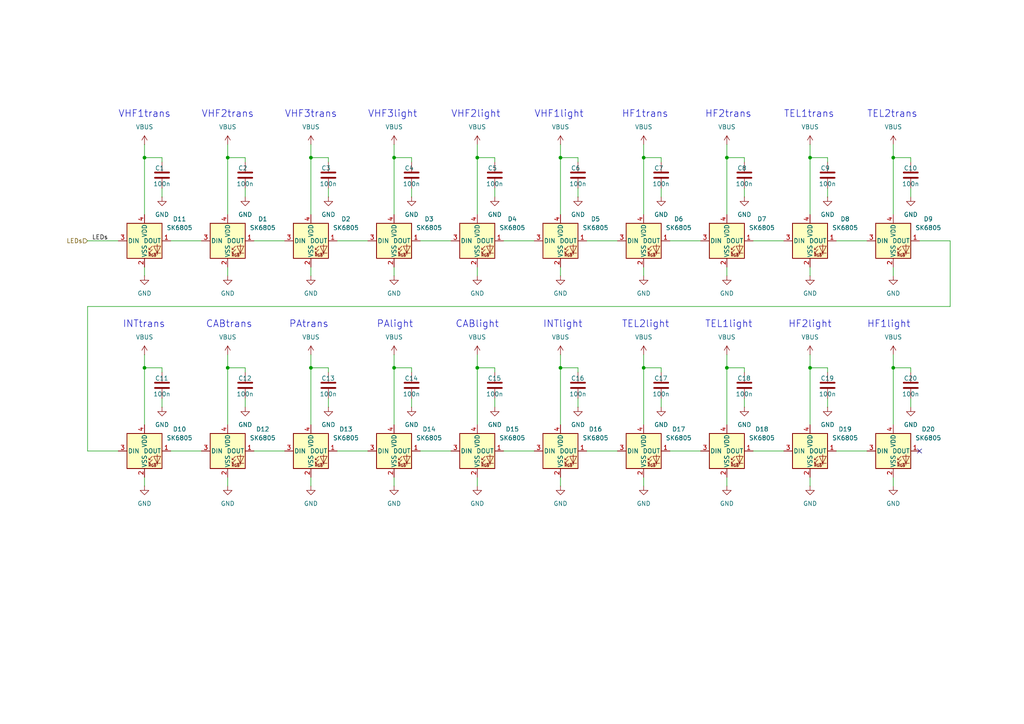
<source format=kicad_sch>
(kicad_sch (version 20231120) (generator "eeschema") (generator_version "8.0")
  (paper "A4")
  (lib_symbols
    (symbol "Device:C" (pin_numbers hide) (pin_names (offset 0.254))
      (property "Reference" "C" (at 0.635 2.54 0))
      (property "Value" "C" (at 0.635 -2.54 0))
      (symbol "C_0_1"
        (polyline (pts (xy -2.032 -0.762) (xy 2.032 -0.762)) (stroke (width 0.508)))
        (polyline (pts (xy -2.032 0.762) (xy 2.032 0.762)) (stroke (width 0.508)))
      )
      (symbol "C_1_1"
        (pin passive line (at 0 3.81 270) (length 2.794) (name "~") (number "1"))
        (pin passive line (at 0 -3.81 90) (length 2.794) (name "~") (number "2"))
      )
    )
    (symbol "LED:SK6805" (pin_names (offset 0.254))
      (property "Reference" "D" (at 5.08 5.715 0))
      (property "Value" "SK6805" (at 1.27 -5.715 0))
      (symbol "SK6805_0_0"
        (text "RGB" (at 2.286 -4.191 0) (effects (font (size 0.762 0.762))))
      )
      (symbol "SK6805_0_1"
        (polyline (pts (xy 1.27 -3.556) (xy 1.778 -3.556)))
        (polyline (pts (xy 1.27 -2.54) (xy 1.778 -2.54)))
        (polyline (pts (xy 4.699 -3.556) (xy 2.667 -3.556)))
        (polyline (pts (xy 2.286 -2.54) (xy 1.27 -3.556) (xy 1.27 -3.048)))
        (polyline (pts (xy 2.286 -1.524) (xy 1.27 -2.54) (xy 1.27 -2.032)))
        (polyline (pts (xy 3.683 -1.016) (xy 3.683 -3.556) (xy 3.683 -4.064)))
        (polyline (pts (xy 4.699 -1.524) (xy 2.667 -1.524) (xy 3.683 -3.556) (xy 4.699 -1.524)))
        (rectangle (start 5.08 5.08) (end -5.08 -5.08) (stroke (width 0.254)) (fill (type background)))
      )
      (symbol "SK6805_1_1"
        (pin output line (at 7.62 0 180) (length 2.54) (name "DOUT") (number "1"))
        (pin power_in line (at 0 -7.62 90) (length 2.54) (name "VSS") (number "2"))
        (pin input line (at -7.62 0 0) (length 2.54) (name "DIN") (number "3"))
        (pin power_in line (at 0 7.62 270) (length 2.54) (name "VDD") (number "4"))
      )
    )
    (symbol "power:GND" (power) (pin_numbers hide) (pin_names (offset 0) hide)
      (property "Value" "GND" (at 0 -3.81 0))
      (symbol "GND_0_1"
        (polyline (pts (xy 0 0) (xy 0 -1.27) (xy 1.27 -1.27) (xy 0 -2.54) (xy -1.27 -1.27) (xy 0 -1.27)))
      )
      (symbol "GND_1_1"
        (pin power_in line (at 0 0 270) (length 0) (name "~") (number "1"))
      )
    )
    (symbol "power:VBUS" (power) (pin_numbers hide) (pin_names (offset 0) hide)
      (property "Value" "VBUS" (at 0 3.556 0))
      (symbol "VBUS_0_1"
        (polyline (pts (xy -0.762 1.27) (xy 0 2.54)))
        (polyline (pts (xy 0 0) (xy 0 2.54)))
        (polyline (pts (xy 0 2.54) (xy 0.762 1.27)))
      )
      (symbol "VBUS_1_1"
        (pin power_in line (at 0 0 90) (length 0) (name "~") (number "1"))
      )
    )
  )
  (junction (at 66.04 106.68))
  (junction (at 186.69 106.68))
  (junction (at 138.43 45.72))
  (junction (at 259.08 45.72))
  (junction (at 114.3 45.72))
  (junction (at 210.82 106.68))
  (junction (at 162.56 106.68))
  (junction (at 210.82 45.72))
  (junction (at 234.95 45.72))
  (junction (at 41.91 45.72))
  (junction (at 259.08 106.68))
  (junction (at 234.95 106.68))
  (junction (at 90.17 106.68))
  (junction (at 186.69 45.72))
  (junction (at 138.43 106.68))
  (junction (at 41.91 106.68))
  (junction (at 90.17 45.72))
  (junction (at 66.04 45.72))
  (junction (at 114.3 106.68))
  (junction (at 162.56 45.72))
  (no_connect (at 266.7 130.81))
  (wire (pts (xy 90.17 41.91) (xy 90.17 45.72)))
  (wire (pts (xy 114.3 45.72) (xy 114.3 62.23)))
  (wire (pts (xy 170.18 130.81) (xy 179.07 130.81)))
  (wire (pts (xy 234.95 45.72) (xy 234.95 62.23)))
  (wire (pts (xy 90.17 45.72) (xy 90.17 62.23)))
  (wire (pts (xy 46.99 46.99) (xy 46.99 45.72)))
  (wire (pts (xy 186.69 106.68) (xy 186.69 123.19)))
  (wire (pts (xy 41.91 138.43) (xy 41.91 140.97)))
  (wire (pts (xy 186.69 102.87) (xy 186.69 106.68)))
  (wire (pts (xy 215.9 54.61) (xy 215.9 57.15)))
  (wire (pts (xy 186.69 77.47) (xy 186.69 80.01)))
  (wire (pts (xy 234.95 41.91) (xy 234.95 45.72)))
  (wire (pts (xy 121.92 69.85) (xy 130.81 69.85)))
  (wire (pts (xy 264.16 54.61) (xy 264.16 57.15)))
  (wire (pts (xy 71.12 54.61) (xy 71.12 57.15)))
  (wire (pts (xy 114.3 138.43) (xy 114.3 140.97)))
  (wire (pts (xy 46.99 115.57) (xy 46.99 118.11)))
  (wire (pts (xy 90.17 138.43) (xy 90.17 140.97)))
  (wire (pts (xy 264.16 107.95) (xy 264.16 106.68)))
  (wire (pts (xy 240.03 46.99) (xy 240.03 45.72)))
  (wire (pts (xy 240.03 54.61) (xy 240.03 57.15)))
  (wire (pts (xy 90.17 102.87) (xy 90.17 106.68)))
  (wire (pts (xy 162.56 41.91) (xy 162.56 45.72)))
  (wire (pts (xy 275.59 69.85) (xy 275.59 88.9)))
  (wire (pts (xy 191.77 54.61) (xy 191.77 57.15)))
  (wire (pts (xy 215.9 45.72) (xy 210.82 45.72)))
  (wire (pts (xy 114.3 77.47) (xy 114.3 80.01)))
  (wire (pts (xy 66.04 106.68) (xy 66.04 123.19)))
  (wire (pts (xy 119.38 115.57) (xy 119.38 118.11)))
  (wire (pts (xy 167.64 115.57) (xy 167.64 118.11)))
  (wire (pts (xy 191.77 115.57) (xy 191.77 118.11)))
  (wire (pts (xy 242.57 69.85) (xy 251.46 69.85)))
  (wire (pts (xy 186.69 138.43) (xy 186.69 140.97)))
  (wire (pts (xy 119.38 54.61) (xy 119.38 57.15)))
  (wire (pts (xy 121.92 130.81) (xy 130.81 130.81)))
  (wire (pts (xy 191.77 107.95) (xy 191.77 106.68)))
  (wire (pts (xy 138.43 45.72) (xy 138.43 62.23)))
  (wire (pts (xy 264.16 106.68) (xy 259.08 106.68)))
  (wire (pts (xy 210.82 102.87) (xy 210.82 106.68)))
  (wire (pts (xy 191.77 45.72) (xy 186.69 45.72)))
  (wire (pts (xy 97.79 69.85) (xy 106.68 69.85)))
  (wire (pts (xy 41.91 106.68) (xy 41.91 123.19)))
  (wire (pts (xy 41.91 102.87) (xy 41.91 106.68)))
  (wire (pts (xy 46.99 45.72) (xy 41.91 45.72)))
  (wire (pts (xy 66.04 41.91) (xy 66.04 45.72)))
  (wire (pts (xy 114.3 41.91) (xy 114.3 45.72)))
  (wire (pts (xy 215.9 115.57) (xy 215.9 118.11)))
  (wire (pts (xy 162.56 138.43) (xy 162.56 140.97)))
  (wire (pts (xy 234.95 102.87) (xy 234.95 106.68)))
  (wire (pts (xy 259.08 106.68) (xy 259.08 123.19)))
  (wire (pts (xy 114.3 106.68) (xy 114.3 123.19)))
  (wire (pts (xy 25.4 130.81) (xy 34.29 130.81)))
  (wire (pts (xy 25.4 69.85) (xy 34.29 69.85)))
  (wire (pts (xy 167.64 54.61) (xy 167.64 57.15)))
  (wire (pts (xy 210.82 41.91) (xy 210.82 45.72)))
  (wire (pts (xy 143.51 46.99) (xy 143.51 45.72)))
  (wire (pts (xy 275.59 88.9) (xy 25.4 88.9)))
  (wire (pts (xy 143.51 106.68) (xy 138.43 106.68)))
  (wire (pts (xy 167.64 106.68) (xy 162.56 106.68)))
  (wire (pts (xy 90.17 106.68) (xy 90.17 123.19)))
  (wire (pts (xy 259.08 41.91) (xy 259.08 45.72)))
  (wire (pts (xy 71.12 106.68) (xy 66.04 106.68)))
  (wire (pts (xy 259.08 77.47) (xy 259.08 80.01)))
  (wire (pts (xy 143.51 54.61) (xy 143.51 57.15)))
  (wire (pts (xy 41.91 77.47) (xy 41.91 80.01)))
  (wire (pts (xy 215.9 46.99) (xy 215.9 45.72)))
  (wire (pts (xy 119.38 106.68) (xy 114.3 106.68)))
  (wire (pts (xy 146.05 69.85) (xy 154.94 69.85)))
  (wire (pts (xy 143.51 45.72) (xy 138.43 45.72)))
  (wire (pts (xy 259.08 45.72) (xy 259.08 62.23)))
  (wire (pts (xy 218.44 130.81) (xy 227.33 130.81)))
  (wire (pts (xy 46.99 54.61) (xy 46.99 57.15)))
  (wire (pts (xy 186.69 41.91) (xy 186.69 45.72)))
  (wire (pts (xy 71.12 45.72) (xy 66.04 45.72)))
  (wire (pts (xy 66.04 102.87) (xy 66.04 106.68)))
  (wire (pts (xy 114.3 102.87) (xy 114.3 106.68)))
  (wire (pts (xy 167.64 107.95) (xy 167.64 106.68)))
  (wire (pts (xy 264.16 115.57) (xy 264.16 118.11)))
  (wire (pts (xy 191.77 106.68) (xy 186.69 106.68)))
  (wire (pts (xy 162.56 77.47) (xy 162.56 80.01)))
  (wire (pts (xy 95.25 115.57) (xy 95.25 118.11)))
  (wire (pts (xy 240.03 45.72) (xy 234.95 45.72)))
  (wire (pts (xy 162.56 106.68) (xy 162.56 123.19)))
  (wire (pts (xy 210.82 77.47) (xy 210.82 80.01)))
  (wire (pts (xy 119.38 107.95) (xy 119.38 106.68)))
  (wire (pts (xy 143.51 107.95) (xy 143.51 106.68)))
  (wire (pts (xy 259.08 102.87) (xy 259.08 106.68)))
  (wire (pts (xy 210.82 106.68) (xy 210.82 123.19)))
  (wire (pts (xy 264.16 46.99) (xy 264.16 45.72)))
  (wire (pts (xy 73.66 130.81) (xy 82.55 130.81)))
  (wire (pts (xy 194.31 69.85) (xy 203.2 69.85)))
  (wire (pts (xy 143.51 115.57) (xy 143.51 118.11)))
  (wire (pts (xy 162.56 102.87) (xy 162.56 106.68)))
  (wire (pts (xy 138.43 138.43) (xy 138.43 140.97)))
  (wire (pts (xy 41.91 45.72) (xy 41.91 62.23)))
  (wire (pts (xy 46.99 106.68) (xy 41.91 106.68)))
  (wire (pts (xy 191.77 46.99) (xy 191.77 45.72)))
  (wire (pts (xy 95.25 46.99) (xy 95.25 45.72)))
  (wire (pts (xy 25.4 88.9) (xy 25.4 130.81)))
  (wire (pts (xy 66.04 45.72) (xy 66.04 62.23)))
  (wire (pts (xy 119.38 45.72) (xy 114.3 45.72)))
  (wire (pts (xy 95.25 54.61) (xy 95.25 57.15)))
  (wire (pts (xy 73.66 69.85) (xy 82.55 69.85)))
  (wire (pts (xy 71.12 115.57) (xy 71.12 118.11)))
  (wire (pts (xy 242.57 130.81) (xy 251.46 130.81)))
  (wire (pts (xy 95.25 107.95) (xy 95.25 106.68)))
  (wire (pts (xy 240.03 107.95) (xy 240.03 106.68)))
  (wire (pts (xy 41.91 41.91) (xy 41.91 45.72)))
  (wire (pts (xy 49.53 69.85) (xy 58.42 69.85)))
  (wire (pts (xy 210.82 45.72) (xy 210.82 62.23)))
  (wire (pts (xy 215.9 106.68) (xy 210.82 106.68)))
  (wire (pts (xy 218.44 69.85) (xy 227.33 69.85)))
  (wire (pts (xy 167.64 46.99) (xy 167.64 45.72)))
  (wire (pts (xy 215.9 107.95) (xy 215.9 106.68)))
  (wire (pts (xy 264.16 45.72) (xy 259.08 45.72)))
  (wire (pts (xy 49.53 130.81) (xy 58.42 130.81)))
  (wire (pts (xy 138.43 106.68) (xy 138.43 123.19)))
  (wire (pts (xy 210.82 138.43) (xy 210.82 140.97)))
  (wire (pts (xy 170.18 69.85) (xy 179.07 69.85)))
  (wire (pts (xy 240.03 106.68) (xy 234.95 106.68)))
  (wire (pts (xy 66.04 77.47) (xy 66.04 80.01)))
  (wire (pts (xy 167.64 45.72) (xy 162.56 45.72)))
  (wire (pts (xy 71.12 107.95) (xy 71.12 106.68)))
  (wire (pts (xy 259.08 138.43) (xy 259.08 140.97)))
  (wire (pts (xy 266.7 69.85) (xy 275.59 69.85)))
  (wire (pts (xy 240.03 115.57) (xy 240.03 118.11)))
  (wire (pts (xy 71.12 46.99) (xy 71.12 45.72)))
  (wire (pts (xy 146.05 130.81) (xy 154.94 130.81)))
  (wire (pts (xy 90.17 77.47) (xy 90.17 80.01)))
  (wire (pts (xy 119.38 46.99) (xy 119.38 45.72)))
  (wire (pts (xy 46.99 107.95) (xy 46.99 106.68)))
  (wire (pts (xy 234.95 106.68) (xy 234.95 123.19)))
  (wire (pts (xy 95.25 106.68) (xy 90.17 106.68)))
  (wire (pts (xy 95.25 45.72) (xy 90.17 45.72)))
  (wire (pts (xy 138.43 102.87) (xy 138.43 106.68)))
  (wire (pts (xy 194.31 130.81) (xy 203.2 130.81)))
  (wire (pts (xy 162.56 45.72) (xy 162.56 62.23)))
  (wire (pts (xy 66.04 138.43) (xy 66.04 140.97)))
  (wire (pts (xy 186.69 45.72) (xy 186.69 62.23)))
  (wire (pts (xy 97.79 130.81) (xy 106.68 130.81)))
  (wire (pts (xy 234.95 77.47) (xy 234.95 80.01)))
  (wire (pts (xy 234.95 138.43) (xy 234.95 140.97)))
  (wire (pts (xy 138.43 77.47) (xy 138.43 80.01)))
  (wire (pts (xy 138.43 41.91) (xy 138.43 45.72)))
  (text "HF2trans" (at 204.47 34.29 0) (effects (font (size 2 2)) (justify left bottom)))
  (text "TEL1light" (at 204.47 95.25 0) (effects (font (size 2 2)) (justify left bottom)))
  (text "VHF2trans" (at 58.42 34.29 0) (effects (font (size 2 2)) (justify left bottom)))
  (text "VHF3light" (at 106.68 34.29 0) (effects (font (size 2 2)) (justify left bottom)))
  (text "VHF1light" (at 154.94 34.29 0) (effects (font (size 2 2)) (justify left bottom)))
  (text "TEL2trans" (at 251.46 34.29 0) (effects (font (size 2 2)) (justify left bottom)))
  (text "TEL2light" (at 180.34 95.25 0) (effects (font (size 2 2)) (justify left bottom)))
  (text "CABlight" (at 132.08 95.25 0) (effects (font (size 2 2)) (justify left bottom)))
  (text "VHF1trans" (at 34.29 34.29 0) (effects (font (size 2 2)) (justify left bottom)))
  (text "PAlight" (at 109.22 95.25 0) (effects (font (size 2 2)) (justify left bottom)))
  (text "HF2light" (at 228.6 95.25 0) (effects (font (size 2 2)) (justify left bottom)))
  (text "HF1light" (at 251.46 95.25 0) (effects (font (size 2 2)) (justify left bottom)))
  (text "CABtrans" (at 59.69 95.25 0) (effects (font (size 2 2)) (justify left bottom)))
  (text "INTlight" (at 157.48 95.25 0) (effects (font (size 2 2)) (justify left bottom)))
  (text "INTtrans" (at 35.56 95.25 0) (effects (font (size 2 2)) (justify left bottom)))
  (text "VHF2light" (at 130.81 34.29 0) (effects (font (size 2 2)) (justify left bottom)))
  (text "HF1trans" (at 180.34 34.29 0) (effects (font (size 2 2)) (justify left bottom)))
  (text "PAtrans" (at 83.82 95.25 0) (effects (font (size 2 2)) (justify left bottom)))
  (text "TEL1trans" (at 227.33 34.29 0) (effects (font (size 2 2)) (justify left bottom)))
  (text "VHF3trans" (at 82.55 34.29 0) (effects (font (size 2 2)) (justify left bottom)))
  (label "LEDs" (at 26.67 69.85 0))
  (hierarchical_label "LEDs" (shape input) (at 25.4 69.85 180))
  (symbol (lib_id "power:GND") (at 71.12 118.11 0) (unit 1)
    (property "Reference" "#PWR060" (effects (hide yes)))
    (property "Value" "GND" (at 71.12 123.19 0))
    (property "Description" "Power symbol creates a global label with name \"GND\" , ground" (effects (hide yes)))
  )
  (symbol (lib_id "Device:C") (at 71.12 50.8 0) (unit 1)
    (property "Reference" "C2" (at 69.088 48.768 0) (effects (justify left)))
    (property "Value" "100n" (at 68.58 53.34 0) (effects (justify left)))
    (property "Footprint" "Capacitor_SMD:C_0603_1608Metric" (effects (hide yes)))
    (property "Datasheet" "https://www.lcsc.com/datasheet/lcsc_datasheet_2211101700_YAGEO-CC0603KRX7R9BB104_C14663.pdf" (effects (hide yes)))
    (property "Manufracturer" "YAGEO" (effects (hide yes)))
    (property "Manufracturer Part Number" "CC0603KRX7R9BB104" (effects (hide yes)))
    (property "JLCPCB Part" "C14663" (effects (hide yes)))
  )
  (symbol (lib_id "power:VBUS") (at 114.3 41.91 0) (unit 1)
    (property "Reference" "#PWR031" (effects (hide yes)))
    (property "Value" "VBUS" (at 114.3 36.83 0))
    (property "Description" "Power symbol creates a global label with name \"VBUS\"" (effects (hide yes)))
  )
  (symbol (lib_id "power:GND") (at 234.95 80.01 0) (unit 1)
    (property "Reference" "#PWR050" (effects (hide yes)))
    (property "Value" "GND" (at 234.95 85.09 0))
    (property "Description" "Power symbol creates a global label with name \"GND\" , ground" (effects (hide yes)))
  )
  (symbol (lib_id "LED:SK6805") (at 114.3 69.85 0) (unit 1)
    (property "Reference" "D3" (at 124.46 63.5314 0))
    (property "Value" "SK6805" (at 124.46 66.0714 0))
    (property "Footprint" "LED_SMD:LED_SK6805_PLCC4_2.4x2.7mm_P1.3mm" (effects (hide yes)))
    (property "Datasheet" "https://www.lcsc.com/datasheet/lcsc_datasheet_2110250930_OPSCO-Optoelectronics-SK6805MICRO-J_C2909056.pdf" (effects (hide yes)))
    (property "Description" "RGB LED with integrated controller" (effects (hide yes)))
    (property "JLCPCB Part" "C2909056" (effects (hide yes)))
    (property "Manufracturer" "OPSCO Optoelectronics" (effects (hide yes)))
    (property "Manufracturer Part Number" "SK6805MICRO-J" (effects (hide yes)))
  )
  (symbol (lib_id "power:VBUS") (at 138.43 41.91 0) (unit 1)
    (property "Reference" "#PWR033" (effects (hide yes)))
    (property "Value" "VBUS" (at 138.43 36.83 0))
    (property "Description" "Power symbol creates a global label with name \"VBUS\"" (effects (hide yes)))
  )
  (symbol (lib_id "LED:SK6805") (at 41.91 130.81 0) (unit 1)
    (property "Reference" "D10" (at 52.07 124.4914 0))
    (property "Value" "SK6805" (at 52.07 127.0314 0))
    (property "Footprint" "LED_SMD:LED_SK6805_PLCC4_2.4x2.7mm_P1.3mm" (effects (hide yes)))
    (property "Datasheet" "https://www.lcsc.com/datasheet/lcsc_datasheet_2110250930_OPSCO-Optoelectronics-SK6805MICRO-J_C2909056.pdf" (effects (hide yes)))
    (property "Description" "RGB LED with integrated controller" (effects (hide yes)))
    (property "JLCPCB Part" "C2909056" (effects (hide yes)))
    (property "Manufracturer" "OPSCO Optoelectronics" (effects (hide yes)))
    (property "Manufracturer Part Number" "SK6805MICRO-J" (effects (hide yes)))
  )
  (symbol (lib_id "Device:C") (at 215.9 50.8 0) (unit 1)
    (property "Reference" "C8" (at 213.868 48.768 0) (effects (justify left)))
    (property "Value" "100n" (at 213.36 53.34 0) (effects (justify left)))
    (property "Footprint" "Capacitor_SMD:C_0603_1608Metric" (effects (hide yes)))
    (property "Datasheet" "https://www.lcsc.com/datasheet/lcsc_datasheet_2211101700_YAGEO-CC0603KRX7R9BB104_C14663.pdf" (effects (hide yes)))
    (property "Manufracturer" "YAGEO" (effects (hide yes)))
    (property "Manufracturer Part Number" "CC0603KRX7R9BB104" (effects (hide yes)))
    (property "JLCPCB Part" "C14663" (effects (hide yes)))
  )
  (symbol (lib_id "LED:SK6805") (at 234.95 69.85 0) (unit 1)
    (property "Reference" "D8" (at 245.11 63.5314 0))
    (property "Value" "SK6805" (at 245.11 66.0714 0))
    (property "Footprint" "LED_SMD:LED_SK6805_PLCC4_2.4x2.7mm_P1.3mm" (effects (hide yes)))
    (property "Datasheet" "https://www.lcsc.com/datasheet/lcsc_datasheet_2110250930_OPSCO-Optoelectronics-SK6805MICRO-J_C2909056.pdf" (effects (hide yes)))
    (property "Description" "RGB LED with integrated controller" (effects (hide yes)))
    (property "JLCPCB Part" "C2909056" (effects (hide yes)))
    (property "Manufracturer" "OPSCO Optoelectronics" (effects (hide yes)))
    (property "Manufracturer Part Number" "SK6805MICRO-J" (effects (hide yes)))
  )
  (symbol (lib_id "power:VBUS") (at 90.17 102.87 0) (unit 1)
    (property "Reference" "#PWR061" (effects (hide yes)))
    (property "Value" "VBUS" (at 90.17 97.79 0))
    (property "Description" "Power symbol creates a global label with name \"VBUS\"" (effects (hide yes)))
  )
  (symbol (lib_id "Device:C") (at 71.12 111.76 0) (unit 1)
    (property "Reference" "C12" (at 69.088 109.728 0) (effects (justify left)))
    (property "Value" "100n" (at 68.58 114.3 0) (effects (justify left)))
    (property "Footprint" "Capacitor_SMD:C_0603_1608Metric" (effects (hide yes)))
    (property "Datasheet" "https://www.lcsc.com/datasheet/lcsc_datasheet_2211101700_YAGEO-CC0603KRX7R9BB104_C14663.pdf" (effects (hide yes)))
    (property "Manufracturer" "YAGEO" (effects (hide yes)))
    (property "Manufracturer Part Number" "CC0603KRX7R9BB104" (effects (hide yes)))
    (property "JLCPCB Part" "C14663" (effects (hide yes)))
  )
  (symbol (lib_id "power:GND") (at 41.91 80.01 0) (unit 1)
    (property "Reference" "#PWR025" (effects (hide yes)))
    (property "Value" "GND" (at 41.91 85.09 0))
    (property "Description" "Power symbol creates a global label with name \"GND\" , ground" (effects (hide yes)))
  )
  (symbol (lib_id "LED:SK6805") (at 162.56 69.85 0) (unit 1)
    (property "Reference" "D5" (at 172.72 63.5314 0))
    (property "Value" "SK6805" (at 172.72 66.0714 0))
    (property "Footprint" "LED_SMD:LED_SK6805_PLCC4_2.4x2.7mm_P1.3mm" (effects (hide yes)))
    (property "Datasheet" "https://www.lcsc.com/datasheet/lcsc_datasheet_2110250930_OPSCO-Optoelectronics-SK6805MICRO-J_C2909056.pdf" (effects (hide yes)))
    (property "Description" "RGB LED with integrated controller" (effects (hide yes)))
    (property "JLCPCB Part" "C2909056" (effects (hide yes)))
    (property "Manufracturer" "OPSCO Optoelectronics" (effects (hide yes)))
    (property "Manufracturer Part Number" "SK6805MICRO-J" (effects (hide yes)))
  )
  (symbol (lib_id "power:GND") (at 114.3 80.01 0) (unit 1)
    (property "Reference" "#PWR032" (effects (hide yes)))
    (property "Value" "GND" (at 114.3 85.09 0))
    (property "Description" "Power symbol creates a global label with name \"GND\" , ground" (effects (hide yes)))
  )
  (symbol (lib_id "LED:SK6805") (at 66.04 130.81 0) (unit 1)
    (property "Reference" "D12" (at 76.2 124.4914 0))
    (property "Value" "SK6805" (at 76.2 127.0314 0))
    (property "Footprint" "LED_SMD:LED_SK6805_PLCC4_2.4x2.7mm_P1.3mm" (effects (hide yes)))
    (property "Datasheet" "https://www.lcsc.com/datasheet/lcsc_datasheet_2110250930_OPSCO-Optoelectronics-SK6805MICRO-J_C2909056.pdf" (effects (hide yes)))
    (property "Description" "RGB LED with integrated controller" (effects (hide yes)))
    (property "JLCPCB Part" "C2909056" (effects (hide yes)))
    (property "Manufracturer" "OPSCO Optoelectronics" (effects (hide yes)))
    (property "Manufracturer Part Number" "SK6805MICRO-J" (effects (hide yes)))
  )
  (symbol (lib_id "LED:SK6805") (at 186.69 69.85 0) (unit 1)
    (property "Reference" "D6" (at 196.85 63.5314 0))
    (property "Value" "SK6805" (at 196.85 66.0714 0))
    (property "Footprint" "LED_SMD:LED_SK6805_PLCC4_2.4x2.7mm_P1.3mm" (effects (hide yes)))
    (property "Datasheet" "https://www.lcsc.com/datasheet/lcsc_datasheet_2110250930_OPSCO-Optoelectronics-SK6805MICRO-J_C2909056.pdf" (effects (hide yes)))
    (property "Description" "RGB LED with integrated controller" (effects (hide yes)))
    (property "JLCPCB Part" "C2909056" (effects (hide yes)))
    (property "Manufracturer" "OPSCO Optoelectronics" (effects (hide yes)))
    (property "Manufracturer Part Number" "SK6805MICRO-J" (effects (hide yes)))
  )
  (symbol (lib_id "LED:SK6805") (at 162.56 130.81 0) (unit 1)
    (property "Reference" "D16" (at 172.72 124.4914 0))
    (property "Value" "SK6805" (at 172.72 127.0314 0))
    (property "Footprint" "LED_SMD:LED_SK6805_PLCC4_2.4x2.7mm_P1.3mm" (effects (hide yes)))
    (property "Datasheet" "https://www.lcsc.com/datasheet/lcsc_datasheet_2110250930_OPSCO-Optoelectronics-SK6805MICRO-J_C2909056.pdf" (effects (hide yes)))
    (property "Description" "RGB LED with integrated controller" (effects (hide yes)))
    (property "JLCPCB Part" "C2909056" (effects (hide yes)))
    (property "Manufracturer" "OPSCO Optoelectronics" (effects (hide yes)))
    (property "Manufracturer Part Number" "SK6805MICRO-J" (effects (hide yes)))
  )
  (symbol (lib_id "Device:C") (at 240.03 50.8 0) (unit 1)
    (property "Reference" "C9" (at 237.998 48.768 0) (effects (justify left)))
    (property "Value" "100n" (at 237.49 53.34 0) (effects (justify left)))
    (property "Footprint" "Capacitor_SMD:C_0603_1608Metric" (effects (hide yes)))
    (property "Datasheet" "https://www.lcsc.com/datasheet/lcsc_datasheet_2211101700_YAGEO-CC0603KRX7R9BB104_C14663.pdf" (effects (hide yes)))
    (property "Manufracturer" "YAGEO" (effects (hide yes)))
    (property "Manufracturer Part Number" "CC0603KRX7R9BB104" (effects (hide yes)))
    (property "JLCPCB Part" "C14663" (effects (hide yes)))
  )
  (symbol (lib_id "power:GND") (at 41.91 140.97 0) (unit 1)
    (property "Reference" "#PWR056" (effects (hide yes)))
    (property "Value" "GND" (at 41.91 146.05 0))
    (property "Description" "Power symbol creates a global label with name \"GND\" , ground" (effects (hide yes)))
  )
  (symbol (lib_id "Device:C") (at 143.51 111.76 0) (unit 1)
    (property "Reference" "C15" (at 141.478 109.728 0) (effects (justify left)))
    (property "Value" "100n" (at 140.97 114.3 0) (effects (justify left)))
    (property "Footprint" "Capacitor_SMD:C_0603_1608Metric" (effects (hide yes)))
    (property "Datasheet" "https://www.lcsc.com/datasheet/lcsc_datasheet_2211101700_YAGEO-CC0603KRX7R9BB104_C14663.pdf" (effects (hide yes)))
    (property "Manufracturer" "YAGEO" (effects (hide yes)))
    (property "Manufracturer Part Number" "CC0603KRX7R9BB104" (effects (hide yes)))
    (property "JLCPCB Part" "C14663" (effects (hide yes)))
  )
  (symbol (lib_id "power:VBUS") (at 186.69 41.91 0) (unit 1)
    (property "Reference" "#PWR043" (effects (hide yes)))
    (property "Value" "VBUS" (at 186.69 36.83 0))
    (property "Description" "Power symbol creates a global label with name \"VBUS\"" (effects (hide yes)))
  )
  (symbol (lib_id "power:VBUS") (at 66.04 102.87 0) (unit 1)
    (property "Reference" "#PWR058" (effects (hide yes)))
    (property "Value" "VBUS" (at 66.04 97.79 0))
    (property "Description" "Power symbol creates a global label with name \"VBUS\"" (effects (hide yes)))
  )
  (symbol (lib_id "Device:C") (at 95.25 50.8 0) (unit 1)
    (property "Reference" "C3" (at 93.218 48.768 0) (effects (justify left)))
    (property "Value" "100n" (at 92.71 53.34 0) (effects (justify left)))
    (property "Footprint" "Capacitor_SMD:C_0603_1608Metric" (effects (hide yes)))
    (property "Datasheet" "https://www.lcsc.com/datasheet/lcsc_datasheet_2211101700_YAGEO-CC0603KRX7R9BB104_C14663.pdf" (effects (hide yes)))
    (property "Manufracturer" "YAGEO" (effects (hide yes)))
    (property "Manufracturer Part Number" "CC0603KRX7R9BB104" (effects (hide yes)))
    (property "JLCPCB Part" "C14663" (effects (hide yes)))
  )
  (symbol (lib_id "power:GND") (at 259.08 80.01 0) (unit 1)
    (property "Reference" "#PWR053" (effects (hide yes)))
    (property "Value" "GND" (at 259.08 85.09 0))
    (property "Description" "Power symbol creates a global label with name \"GND\" , ground" (effects (hide yes)))
  )
  (symbol (lib_id "power:VBUS") (at 114.3 102.87 0) (unit 1)
    (property "Reference" "#PWR064" (effects (hide yes)))
    (property "Value" "VBUS" (at 114.3 97.79 0))
    (property "Description" "Power symbol creates a global label with name \"VBUS\"" (effects (hide yes)))
  )
  (symbol (lib_id "power:GND") (at 143.51 57.15 0) (unit 1)
    (property "Reference" "#PWR041" (effects (hide yes)))
    (property "Value" "GND" (at 143.51 62.23 0))
    (property "Description" "Power symbol creates a global label with name \"GND\" , ground" (effects (hide yes)))
  )
  (symbol (lib_id "Device:C") (at 191.77 111.76 0) (unit 1)
    (property "Reference" "C17" (at 189.738 109.728 0) (effects (justify left)))
    (property "Value" "100n" (at 189.23 114.3 0) (effects (justify left)))
    (property "Footprint" "Capacitor_SMD:C_0603_1608Metric" (effects (hide yes)))
    (property "Datasheet" "https://www.lcsc.com/datasheet/lcsc_datasheet_2211101700_YAGEO-CC0603KRX7R9BB104_C14663.pdf" (effects (hide yes)))
    (property "Manufracturer" "YAGEO" (effects (hide yes)))
    (property "Manufracturer Part Number" "CC0603KRX7R9BB104" (effects (hide yes)))
    (property "JLCPCB Part" "C14663" (effects (hide yes)))
  )
  (symbol (lib_id "power:VBUS") (at 162.56 41.91 0) (unit 1)
    (property "Reference" "#PWR035" (effects (hide yes)))
    (property "Value" "VBUS" (at 162.56 36.83 0))
    (property "Description" "Power symbol creates a global label with name \"VBUS\"" (effects (hide yes)))
  )
  (symbol (lib_id "power:GND") (at 167.64 118.11 0) (unit 1)
    (property "Reference" "#PWR072" (effects (hide yes)))
    (property "Value" "GND" (at 167.64 123.19 0))
    (property "Description" "Power symbol creates a global label with name \"GND\" , ground" (effects (hide yes)))
  )
  (symbol (lib_id "power:VBUS") (at 162.56 102.87 0) (unit 1)
    (property "Reference" "#PWR070" (effects (hide yes)))
    (property "Value" "VBUS" (at 162.56 97.79 0))
    (property "Description" "Power symbol creates a global label with name \"VBUS\"" (effects (hide yes)))
  )
  (symbol (lib_id "power:GND") (at 119.38 57.15 0) (unit 1)
    (property "Reference" "#PWR040" (effects (hide yes)))
    (property "Value" "GND" (at 119.38 62.23 0))
    (property "Description" "Power symbol creates a global label with name \"GND\" , ground" (effects (hide yes)))
  )
  (symbol (lib_id "LED:SK6805") (at 210.82 69.85 0) (unit 1)
    (property "Reference" "D7" (at 220.98 63.5314 0))
    (property "Value" "SK6805" (at 220.98 66.0714 0))
    (property "Footprint" "LED_SMD:LED_SK6805_PLCC4_2.4x2.7mm_P1.3mm" (effects (hide yes)))
    (property "Datasheet" "https://www.lcsc.com/datasheet/lcsc_datasheet_2110250930_OPSCO-Optoelectronics-SK6805MICRO-J_C2909056.pdf" (effects (hide yes)))
    (property "Description" "RGB LED with integrated controller" (effects (hide yes)))
    (property "JLCPCB Part" "C2909056" (effects (hide yes)))
    (property "Manufracturer" "OPSCO Optoelectronics" (effects (hide yes)))
    (property "Manufracturer Part Number" "SK6805MICRO-J" (effects (hide yes)))
  )
  (symbol (lib_id "power:VBUS") (at 41.91 41.91 0) (unit 1)
    (property "Reference" "#PWR026" (effects (hide yes)))
    (property "Value" "VBUS" (at 41.91 36.83 0))
    (property "Description" "Power symbol creates a global label with name \"VBUS\"" (effects (hide yes)))
  )
  (symbol (lib_id "power:GND") (at 210.82 80.01 0) (unit 1)
    (property "Reference" "#PWR047" (effects (hide yes)))
    (property "Value" "GND" (at 210.82 85.09 0))
    (property "Description" "Power symbol creates a global label with name \"GND\" , ground" (effects (hide yes)))
  )
  (symbol (lib_id "power:GND") (at 210.82 140.97 0) (unit 1)
    (property "Reference" "#PWR077" (effects (hide yes)))
    (property "Value" "GND" (at 210.82 146.05 0))
    (property "Description" "Power symbol creates a global label with name \"GND\" , ground" (effects (hide yes)))
  )
  (symbol (lib_id "Device:C") (at 46.99 50.8 0) (unit 1)
    (property "Reference" "C1" (at 44.958 48.768 0) (effects (justify left)))
    (property "Value" "100n" (at 44.45 53.34 0) (effects (justify left)))
    (property "Footprint" "Capacitor_SMD:C_0603_1608Metric" (effects (hide yes)))
    (property "Datasheet" "https://www.lcsc.com/datasheet/lcsc_datasheet_2211101700_YAGEO-CC0603KRX7R9BB104_C14663.pdf" (effects (hide yes)))
    (property "Manufracturer" "YAGEO" (effects (hide yes)))
    (property "Manufracturer Part Number" "CC0603KRX7R9BB104" (effects (hide yes)))
    (property "JLCPCB Part" "C14663" (effects (hide yes)))
  )
  (symbol (lib_id "power:GND") (at 95.25 57.15 0) (unit 1)
    (property "Reference" "#PWR039" (effects (hide yes)))
    (property "Value" "GND" (at 95.25 62.23 0))
    (property "Description" "Power symbol creates a global label with name \"GND\" , ground" (effects (hide yes)))
  )
  (symbol (lib_id "power:GND") (at 119.38 118.11 0) (unit 1)
    (property "Reference" "#PWR066" (effects (hide yes)))
    (property "Value" "GND" (at 119.38 123.19 0))
    (property "Description" "Power symbol creates a global label with name \"GND\" , ground" (effects (hide yes)))
  )
  (symbol (lib_id "Device:C") (at 95.25 111.76 0) (unit 1)
    (property "Reference" "C13" (at 93.218 109.728 0) (effects (justify left)))
    (property "Value" "100n" (at 92.71 114.3 0) (effects (justify left)))
    (property "Footprint" "Capacitor_SMD:C_0603_1608Metric" (effects (hide yes)))
    (property "Datasheet" "https://www.lcsc.com/datasheet/lcsc_datasheet_2211101700_YAGEO-CC0603KRX7R9BB104_C14663.pdf" (effects (hide yes)))
    (property "Manufracturer" "YAGEO" (effects (hide yes)))
    (property "Manufracturer Part Number" "CC0603KRX7R9BB104" (effects (hide yes)))
    (property "JLCPCB Part" "C14663" (effects (hide yes)))
  )
  (symbol (lib_id "power:VBUS") (at 66.04 41.91 0) (unit 1)
    (property "Reference" "#PWR027" (effects (hide yes)))
    (property "Value" "VBUS" (at 66.04 36.83 0))
    (property "Description" "Power symbol creates a global label with name \"VBUS\"" (effects (hide yes)))
  )
  (symbol (lib_id "LED:SK6805") (at 114.3 130.81 0) (unit 1)
    (property "Reference" "D14" (at 124.46 124.4914 0))
    (property "Value" "SK6805" (at 124.46 127.0314 0))
    (property "Footprint" "LED_SMD:LED_SK6805_PLCC4_2.4x2.7mm_P1.3mm" (effects (hide yes)))
    (property "Datasheet" "https://www.lcsc.com/datasheet/lcsc_datasheet_2110250930_OPSCO-Optoelectronics-SK6805MICRO-J_C2909056.pdf" (effects (hide yes)))
    (property "Description" "RGB LED with integrated controller" (effects (hide yes)))
    (property "JLCPCB Part" "C2909056" (effects (hide yes)))
    (property "Manufracturer" "OPSCO Optoelectronics" (effects (hide yes)))
    (property "Manufracturer Part Number" "SK6805MICRO-J" (effects (hide yes)))
  )
  (symbol (lib_id "power:VBUS") (at 234.95 102.87 0) (unit 1)
    (property "Reference" "#PWR079" (effects (hide yes)))
    (property "Value" "VBUS" (at 234.95 97.79 0))
    (property "Description" "Power symbol creates a global label with name \"VBUS\"" (effects (hide yes)))
  )
  (symbol (lib_id "power:GND") (at 162.56 80.01 0) (unit 1)
    (property "Reference" "#PWR036" (effects (hide yes)))
    (property "Value" "GND" (at 162.56 85.09 0))
    (property "Description" "Power symbol creates a global label with name \"GND\" , ground" (effects (hide yes)))
  )
  (symbol (lib_id "Device:C") (at 167.64 50.8 0) (unit 1)
    (property "Reference" "C6" (at 165.608 48.768 0) (effects (justify left)))
    (property "Value" "100n" (at 165.1 53.34 0) (effects (justify left)))
    (property "Footprint" "Capacitor_SMD:C_0603_1608Metric" (effects (hide yes)))
    (property "Datasheet" "https://www.lcsc.com/datasheet/lcsc_datasheet_2211101700_YAGEO-CC0603KRX7R9BB104_C14663.pdf" (effects (hide yes)))
    (property "Manufracturer" "YAGEO" (effects (hide yes)))
    (property "Manufracturer Part Number" "CC0603KRX7R9BB104" (effects (hide yes)))
    (property "JLCPCB Part" "C14663" (effects (hide yes)))
  )
  (symbol (lib_id "Device:C") (at 119.38 111.76 0) (unit 1)
    (property "Reference" "C14" (at 117.348 109.728 0) (effects (justify left)))
    (property "Value" "100n" (at 116.84 114.3 0) (effects (justify left)))
    (property "Footprint" "Capacitor_SMD:C_0603_1608Metric" (effects (hide yes)))
    (property "Datasheet" "https://www.lcsc.com/datasheet/lcsc_datasheet_2211101700_YAGEO-CC0603KRX7R9BB104_C14663.pdf" (effects (hide yes)))
    (property "Manufracturer" "YAGEO" (effects (hide yes)))
    (property "Manufracturer Part Number" "CC0603KRX7R9BB104" (effects (hide yes)))
    (property "JLCPCB Part" "C14663" (effects (hide yes)))
  )
  (symbol (lib_id "LED:SK6805") (at 90.17 130.81 0) (unit 1)
    (property "Reference" "D13" (at 100.33 124.4914 0))
    (property "Value" "SK6805" (at 100.33 127.0314 0))
    (property "Footprint" "LED_SMD:LED_SK6805_PLCC4_2.4x2.7mm_P1.3mm" (effects (hide yes)))
    (property "Datasheet" "https://www.lcsc.com/datasheet/lcsc_datasheet_2110250930_OPSCO-Optoelectronics-SK6805MICRO-J_C2909056.pdf" (effects (hide yes)))
    (property "Description" "RGB LED with integrated controller" (effects (hide yes)))
    (property "JLCPCB Part" "C2909056" (effects (hide yes)))
    (property "Manufracturer" "OPSCO Optoelectronics" (effects (hide yes)))
    (property "Manufracturer Part Number" "SK6805MICRO-J" (effects (hide yes)))
  )
  (symbol (lib_id "power:GND") (at 264.16 118.11 0) (unit 1)
    (property "Reference" "#PWR084" (effects (hide yes)))
    (property "Value" "GND" (at 264.16 123.19 0))
    (property "Description" "Power symbol creates a global label with name \"GND\" , ground" (effects (hide yes)))
  )
  (symbol (lib_id "LED:SK6805") (at 210.82 130.81 0) (unit 1)
    (property "Reference" "D18" (at 220.98 124.4914 0))
    (property "Value" "SK6805" (at 220.98 127.0314 0))
    (property "Footprint" "LED_SMD:LED_SK6805_PLCC4_2.4x2.7mm_P1.3mm" (effects (hide yes)))
    (property "Datasheet" "https://www.lcsc.com/datasheet/lcsc_datasheet_2110250930_OPSCO-Optoelectronics-SK6805MICRO-J_C2909056.pdf" (effects (hide yes)))
    (property "Description" "RGB LED with integrated controller" (effects (hide yes)))
    (property "JLCPCB Part" "C2909056" (effects (hide yes)))
    (property "Manufracturer" "OPSCO Optoelectronics" (effects (hide yes)))
    (property "Manufracturer Part Number" "SK6805MICRO-J" (effects (hide yes)))
  )
  (symbol (lib_id "power:GND") (at 46.99 118.11 0) (unit 1)
    (property "Reference" "#PWR057" (effects (hide yes)))
    (property "Value" "GND" (at 46.99 123.19 0))
    (property "Description" "Power symbol creates a global label with name \"GND\" , ground" (effects (hide yes)))
  )
  (symbol (lib_id "LED:SK6805") (at 66.04 69.85 0) (unit 1)
    (property "Reference" "D1" (at 76.2 63.5314 0))
    (property "Value" "SK6805" (at 76.2 66.0714 0))
    (property "Footprint" "LED_SMD:LED_SK6805_PLCC4_2.4x2.7mm_P1.3mm" (effects (hide yes)))
    (property "Datasheet" "https://www.lcsc.com/datasheet/lcsc_datasheet_2110250930_OPSCO-Optoelectronics-SK6805MICRO-J_C2909056.pdf" (effects (hide yes)))
    (property "Description" "RGB LED with integrated controller" (effects (hide yes)))
    (property "JLCPCB Part" "C2909056" (effects (hide yes)))
    (property "Manufracturer" "OPSCO Optoelectronics" (effects (hide yes)))
    (property "Manufracturer Part Number" "SK6805MICRO-J" (effects (hide yes)))
  )
  (symbol (lib_id "power:VBUS") (at 210.82 102.87 0) (unit 1)
    (property "Reference" "#PWR076" (effects (hide yes)))
    (property "Value" "VBUS" (at 210.82 97.79 0))
    (property "Description" "Power symbol creates a global label with name \"VBUS\"" (effects (hide yes)))
  )
  (symbol (lib_id "LED:SK6805") (at 138.43 130.81 0) (unit 1)
    (property "Reference" "D15" (at 148.59 124.4914 0))
    (property "Value" "SK6805" (at 148.59 127.0314 0))
    (property "Footprint" "LED_SMD:LED_SK6805_PLCC4_2.4x2.7mm_P1.3mm" (effects (hide yes)))
    (property "Datasheet" "https://www.lcsc.com/datasheet/lcsc_datasheet_2110250930_OPSCO-Optoelectronics-SK6805MICRO-J_C2909056.pdf" (effects (hide yes)))
    (property "Description" "RGB LED with integrated controller" (effects (hide yes)))
    (property "JLCPCB Part" "C2909056" (effects (hide yes)))
    (property "Manufracturer" "OPSCO Optoelectronics" (effects (hide yes)))
    (property "Manufracturer Part Number" "SK6805MICRO-J" (effects (hide yes)))
  )
  (symbol (lib_id "power:GND") (at 264.16 57.15 0) (unit 1)
    (property "Reference" "#PWR054" (effects (hide yes)))
    (property "Value" "GND" (at 264.16 62.23 0))
    (property "Description" "Power symbol creates a global label with name \"GND\" , ground" (effects (hide yes)))
  )
  (symbol (lib_id "Device:C") (at 264.16 50.8 0) (unit 1)
    (property "Reference" "C10" (at 262.128 48.768 0) (effects (justify left)))
    (property "Value" "100n" (at 261.62 53.34 0) (effects (justify left)))
    (property "Footprint" "Capacitor_SMD:C_0603_1608Metric" (effects (hide yes)))
    (property "Datasheet" "https://www.lcsc.com/datasheet/lcsc_datasheet_2211101700_YAGEO-CC0603KRX7R9BB104_C14663.pdf" (effects (hide yes)))
    (property "Manufracturer" "YAGEO" (effects (hide yes)))
    (property "Manufracturer Part Number" "CC0603KRX7R9BB104" (effects (hide yes)))
    (property "JLCPCB Part" "C14663" (effects (hide yes)))
  )
  (symbol (lib_id "power:GND") (at 215.9 57.15 0) (unit 1)
    (property "Reference" "#PWR048" (effects (hide yes)))
    (property "Value" "GND" (at 215.9 62.23 0))
    (property "Description" "Power symbol creates a global label with name \"GND\" , ground" (effects (hide yes)))
  )
  (symbol (lib_id "power:GND") (at 162.56 140.97 0) (unit 1)
    (property "Reference" "#PWR071" (effects (hide yes)))
    (property "Value" "GND" (at 162.56 146.05 0))
    (property "Description" "Power symbol creates a global label with name \"GND\" , ground" (effects (hide yes)))
  )
  (symbol (lib_id "power:VBUS") (at 41.91 102.87 0) (unit 1)
    (property "Reference" "#PWR055" (effects (hide yes)))
    (property "Value" "VBUS" (at 41.91 97.79 0))
    (property "Description" "Power symbol creates a global label with name \"VBUS\"" (effects (hide yes)))
  )
  (symbol (lib_id "LED:SK6805") (at 259.08 69.85 0) (unit 1)
    (property "Reference" "D9" (at 269.24 63.5314 0))
    (property "Value" "SK6805" (at 269.24 66.0714 0))
    (property "Footprint" "LED_SMD:LED_SK6805_PLCC4_2.4x2.7mm_P1.3mm" (effects (hide yes)))
    (property "Datasheet" "https://www.lcsc.com/datasheet/lcsc_datasheet_2110250930_OPSCO-Optoelectronics-SK6805MICRO-J_C2909056.pdf" (effects (hide yes)))
    (property "Description" "RGB LED with integrated controller" (effects (hide yes)))
    (property "JLCPCB Part" "C2909056" (effects (hide yes)))
    (property "Manufracturer" "OPSCO Optoelectronics" (effects (hide yes)))
    (property "Manufracturer Part Number" "SK6805MICRO-J" (effects (hide yes)))
  )
  (symbol (lib_id "Device:C") (at 46.99 111.76 0) (unit 1)
    (property "Reference" "C11" (at 44.958 109.728 0) (effects (justify left)))
    (property "Value" "100n" (at 44.45 114.3 0) (effects (justify left)))
    (property "Footprint" "Capacitor_SMD:C_0603_1608Metric" (effects (hide yes)))
    (property "Datasheet" "https://www.lcsc.com/datasheet/lcsc_datasheet_2211101700_YAGEO-CC0603KRX7R9BB104_C14663.pdf" (effects (hide yes)))
    (property "Manufracturer" "YAGEO" (effects (hide yes)))
    (property "Manufracturer Part Number" "CC0603KRX7R9BB104" (effects (hide yes)))
    (property "JLCPCB Part" "C14663" (effects (hide yes)))
  )
  (symbol (lib_id "LED:SK6805") (at 90.17 69.85 0) (unit 1)
    (property "Reference" "D2" (at 100.33 63.5314 0))
    (property "Value" "SK6805" (at 100.33 66.0714 0))
    (property "Footprint" "LED_SMD:LED_SK6805_PLCC4_2.4x2.7mm_P1.3mm" (effects (hide yes)))
    (property "Datasheet" "https://www.lcsc.com/datasheet/lcsc_datasheet_2110250930_OPSCO-Optoelectronics-SK6805MICRO-J_C2909056.pdf" (effects (hide yes)))
    (property "Description" "RGB LED with integrated controller" (effects (hide yes)))
    (property "JLCPCB Part" "C2909056" (effects (hide yes)))
    (property "Manufracturer" "OPSCO Optoelectronics" (effects (hide yes)))
    (property "Manufracturer Part Number" "SK6805MICRO-J" (effects (hide yes)))
  )
  (symbol (lib_id "power:GND") (at 215.9 118.11 0) (unit 1)
    (property "Reference" "#PWR078" (effects (hide yes)))
    (property "Value" "GND" (at 215.9 123.19 0))
    (property "Description" "Power symbol creates a global label with name \"GND\" , ground" (effects (hide yes)))
  )
  (symbol (lib_id "LED:SK6805") (at 41.91 69.85 0) (unit 1)
    (property "Reference" "D11" (at 52.07 63.5314 0))
    (property "Value" "SK6805" (at 52.07 66.0714 0))
    (property "Footprint" "LED_SMD:LED_SK6805_PLCC4_2.4x2.7mm_P1.3mm" (effects (hide yes)))
    (property "Datasheet" "https://www.lcsc.com/datasheet/lcsc_datasheet_2110250930_OPSCO-Optoelectronics-SK6805MICRO-J_C2909056.pdf" (effects (hide yes)))
    (property "Description" "RGB LED with integrated controller" (effects (hide yes)))
    (property "JLCPCB Part" "C2909056" (effects (hide yes)))
    (property "Manufracturer" "OPSCO Optoelectronics" (effects (hide yes)))
    (property "Manufracturer Part Number" "SK6805MICRO-J" (effects (hide yes)))
  )
  (symbol (lib_id "LED:SK6805") (at 234.95 130.81 0) (unit 1)
    (property "Reference" "D19" (at 245.11 124.4914 0))
    (property "Value" "SK6805" (at 245.11 127.0314 0))
    (property "Footprint" "LED_SMD:LED_SK6805_PLCC4_2.4x2.7mm_P1.3mm" (effects (hide yes)))
    (property "Datasheet" "https://www.lcsc.com/datasheet/lcsc_datasheet_2110250930_OPSCO-Optoelectronics-SK6805MICRO-J_C2909056.pdf" (effects (hide yes)))
    (property "Description" "RGB LED with integrated controller" (effects (hide yes)))
    (property "JLCPCB Part" "C2909056" (effects (hide yes)))
    (property "Manufracturer" "OPSCO Optoelectronics" (effects (hide yes)))
    (property "Manufracturer Part Number" "SK6805MICRO-J" (effects (hide yes)))
  )
  (symbol (lib_id "power:GND") (at 191.77 118.11 0) (unit 1)
    (property "Reference" "#PWR075" (effects (hide yes)))
    (property "Value" "GND" (at 191.77 123.19 0))
    (property "Description" "Power symbol creates a global label with name \"GND\" , ground" (effects (hide yes)))
  )
  (symbol (lib_id "power:GND") (at 90.17 140.97 0) (unit 1)
    (property "Reference" "#PWR062" (effects (hide yes)))
    (property "Value" "GND" (at 90.17 146.05 0))
    (property "Description" "Power symbol creates a global label with name \"GND\" , ground" (effects (hide yes)))
  )
  (symbol (lib_id "Device:C") (at 215.9 111.76 0) (unit 1)
    (property "Reference" "C18" (at 213.868 109.728 0) (effects (justify left)))
    (property "Value" "100n" (at 213.36 114.3 0) (effects (justify left)))
    (property "Footprint" "Capacitor_SMD:C_0603_1608Metric" (effects (hide yes)))
    (property "Datasheet" "https://www.lcsc.com/datasheet/lcsc_datasheet_2211101700_YAGEO-CC0603KRX7R9BB104_C14663.pdf" (effects (hide yes)))
    (property "Manufracturer" "YAGEO" (effects (hide yes)))
    (property "Manufracturer Part Number" "CC0603KRX7R9BB104" (effects (hide yes)))
    (property "JLCPCB Part" "C14663" (effects (hide yes)))
  )
  (symbol (lib_id "power:GND") (at 138.43 80.01 0) (unit 1)
    (property "Reference" "#PWR034" (effects (hide yes)))
    (property "Value" "GND" (at 138.43 85.09 0))
    (property "Description" "Power symbol creates a global label with name \"GND\" , ground" (effects (hide yes)))
  )
  (symbol (lib_id "power:GND") (at 143.51 118.11 0) (unit 1)
    (property "Reference" "#PWR069" (effects (hide yes)))
    (property "Value" "GND" (at 143.51 123.19 0))
    (property "Description" "Power symbol creates a global label with name \"GND\" , ground" (effects (hide yes)))
  )
  (symbol (lib_id "LED:SK6805") (at 186.69 130.81 0) (unit 1)
    (property "Reference" "D17" (at 196.85 124.4914 0))
    (property "Value" "SK6805" (at 196.85 127.0314 0))
    (property "Footprint" "LED_SMD:LED_SK6805_PLCC4_2.4x2.7mm_P1.3mm" (effects (hide yes)))
    (property "Datasheet" "https://www.lcsc.com/datasheet/lcsc_datasheet_2110250930_OPSCO-Optoelectronics-SK6805MICRO-J_C2909056.pdf" (effects (hide yes)))
    (property "Description" "RGB LED with integrated controller" (effects (hide yes)))
    (property "JLCPCB Part" "C2909056" (effects (hide yes)))
    (property "Manufracturer" "OPSCO Optoelectronics" (effects (hide yes)))
    (property "Manufracturer Part Number" "SK6805MICRO-J" (effects (hide yes)))
  )
  (symbol (lib_id "power:VBUS") (at 259.08 102.87 0) (unit 1)
    (property "Reference" "#PWR082" (effects (hide yes)))
    (property "Value" "VBUS" (at 259.08 97.79 0))
    (property "Description" "Power symbol creates a global label with name \"VBUS\"" (effects (hide yes)))
  )
  (symbol (lib_id "power:GND") (at 186.69 140.97 0) (unit 1)
    (property "Reference" "#PWR074" (effects (hide yes)))
    (property "Value" "GND" (at 186.69 146.05 0))
    (property "Description" "Power symbol creates a global label with name \"GND\" , ground" (effects (hide yes)))
  )
  (symbol (lib_id "Device:C") (at 143.51 50.8 0) (unit 1)
    (property "Reference" "C5" (at 141.478 48.768 0) (effects (justify left)))
    (property "Value" "100n" (at 140.97 53.34 0) (effects (justify left)))
    (property "Footprint" "Capacitor_SMD:C_0603_1608Metric" (effects (hide yes)))
    (property "Datasheet" "https://www.lcsc.com/datasheet/lcsc_datasheet_2211101700_YAGEO-CC0603KRX7R9BB104_C14663.pdf" (effects (hide yes)))
    (property "Manufracturer" "YAGEO" (effects (hide yes)))
    (property "Manufracturer Part Number" "CC0603KRX7R9BB104" (effects (hide yes)))
    (property "JLCPCB Part" "C14663" (effects (hide yes)))
  )
  (symbol (lib_id "Device:C") (at 167.64 111.76 0) (unit 1)
    (property "Reference" "C16" (at 165.608 109.728 0) (effects (justify left)))
    (property "Value" "100n" (at 165.1 114.3 0) (effects (justify left)))
    (property "Footprint" "Capacitor_SMD:C_0603_1608Metric" (effects (hide yes)))
    (property "Datasheet" "https://www.lcsc.com/datasheet/lcsc_datasheet_2211101700_YAGEO-CC0603KRX7R9BB104_C14663.pdf" (effects (hide yes)))
    (property "Manufracturer" "YAGEO" (effects (hide yes)))
    (property "Manufracturer Part Number" "CC0603KRX7R9BB104" (effects (hide yes)))
    (property "JLCPCB Part" "C14663" (effects (hide yes)))
  )
  (symbol (lib_id "power:GND") (at 186.69 80.01 0) (unit 1)
    (property "Reference" "#PWR044" (effects (hide yes)))
    (property "Value" "GND" (at 186.69 85.09 0))
    (property "Description" "Power symbol creates a global label with name \"GND\" , ground" (effects (hide yes)))
  )
  (symbol (lib_id "power:VBUS") (at 210.82 41.91 0) (unit 1)
    (property "Reference" "#PWR046" (effects (hide yes)))
    (property "Value" "VBUS" (at 210.82 36.83 0))
    (property "Description" "Power symbol creates a global label with name \"VBUS\"" (effects (hide yes)))
  )
  (symbol (lib_id "LED:SK6805") (at 138.43 69.85 0) (unit 1)
    (property "Reference" "D4" (at 148.59 63.5314 0))
    (property "Value" "SK6805" (at 148.59 66.0714 0))
    (property "Footprint" "LED_SMD:LED_SK6805_PLCC4_2.4x2.7mm_P1.3mm" (effects (hide yes)))
    (property "Datasheet" "https://www.lcsc.com/datasheet/lcsc_datasheet_2110250930_OPSCO-Optoelectronics-SK6805MICRO-J_C2909056.pdf" (effects (hide yes)))
    (property "Description" "RGB LED with integrated controller" (effects (hide yes)))
    (property "JLCPCB Part" "C2909056" (effects (hide yes)))
    (property "Manufracturer" "OPSCO Optoelectronics" (effects (hide yes)))
    (property "Manufracturer Part Number" "SK6805MICRO-J" (effects (hide yes)))
  )
  (symbol (lib_id "Device:C") (at 191.77 50.8 0) (unit 1)
    (property "Reference" "C7" (at 189.738 48.768 0) (effects (justify left)))
    (property "Value" "100n" (at 189.23 53.34 0) (effects (justify left)))
    (property "Footprint" "Capacitor_SMD:C_0603_1608Metric" (effects (hide yes)))
    (property "Datasheet" "https://www.lcsc.com/datasheet/lcsc_datasheet_2211101700_YAGEO-CC0603KRX7R9BB104_C14663.pdf" (effects (hide yes)))
    (property "Manufracturer" "YAGEO" (effects (hide yes)))
    (property "Manufracturer Part Number" "CC0603KRX7R9BB104" (effects (hide yes)))
    (property "JLCPCB Part" "C14663" (effects (hide yes)))
  )
  (symbol (lib_id "power:VBUS") (at 234.95 41.91 0) (unit 1)
    (property "Reference" "#PWR049" (effects (hide yes)))
    (property "Value" "VBUS" (at 234.95 36.83 0))
    (property "Description" "Power symbol creates a global label with name \"VBUS\"" (effects (hide yes)))
  )
  (symbol (lib_id "Device:C") (at 264.16 111.76 0) (unit 1)
    (property "Reference" "C20" (at 262.128 109.728 0) (effects (justify left)))
    (property "Value" "100n" (at 261.62 114.3 0) (effects (justify left)))
    (property "Footprint" "Capacitor_SMD:C_0603_1608Metric" (effects (hide yes)))
    (property "Datasheet" "https://www.lcsc.com/datasheet/lcsc_datasheet_2211101700_YAGEO-CC0603KRX7R9BB104_C14663.pdf" (effects (hide yes)))
    (property "Manufracturer" "YAGEO" (effects (hide yes)))
    (property "Manufracturer Part Number" "CC0603KRX7R9BB104" (effects (hide yes)))
    (property "JLCPCB Part" "C14663" (effects (hide yes)))
  )
  (symbol (lib_id "power:GND") (at 240.03 118.11 0) (unit 1)
    (property "Reference" "#PWR081" (effects (hide yes)))
    (property "Value" "GND" (at 240.03 123.19 0))
    (property "Description" "Power symbol creates a global label with name \"GND\" , ground" (effects (hide yes)))
  )
  (symbol (lib_id "power:VBUS") (at 186.69 102.87 0) (unit 1)
    (property "Reference" "#PWR073" (effects (hide yes)))
    (property "Value" "VBUS" (at 186.69 97.79 0))
    (property "Description" "Power symbol creates a global label with name \"VBUS\"" (effects (hide yes)))
  )
  (symbol (lib_id "Device:C") (at 240.03 111.76 0) (unit 1)
    (property "Reference" "C19" (at 237.998 109.728 0) (effects (justify left)))
    (property "Value" "100n" (at 237.49 114.3 0) (effects (justify left)))
    (property "Footprint" "Capacitor_SMD:C_0603_1608Metric" (effects (hide yes)))
    (property "Datasheet" "https://www.lcsc.com/datasheet/lcsc_datasheet_2211101700_YAGEO-CC0603KRX7R9BB104_C14663.pdf" (effects (hide yes)))
    (property "Manufracturer" "YAGEO" (effects (hide yes)))
    (property "Manufracturer Part Number" "CC0603KRX7R9BB104" (effects (hide yes)))
    (property "JLCPCB Part" "C14663" (effects (hide yes)))
  )
  (symbol (lib_id "power:GND") (at 90.17 80.01 0) (unit 1)
    (property "Reference" "#PWR030" (effects (hide yes)))
    (property "Value" "GND" (at 90.17 85.09 0))
    (property "Description" "Power symbol creates a global label with name \"GND\" , ground" (effects (hide yes)))
  )
  (symbol (lib_id "power:VBUS") (at 90.17 41.91 0) (unit 1)
    (property "Reference" "#PWR029" (effects (hide yes)))
    (property "Value" "VBUS" (at 90.17 36.83 0))
    (property "Description" "Power symbol creates a global label with name \"VBUS\"" (effects (hide yes)))
  )
  (symbol (lib_id "power:GND") (at 71.12 57.15 0) (unit 1)
    (property "Reference" "#PWR038" (effects (hide yes)))
    (property "Value" "GND" (at 71.12 62.23 0))
    (property "Description" "Power symbol creates a global label with name \"GND\" , ground" (effects (hide yes)))
  )
  (symbol (lib_id "power:GND") (at 167.64 57.15 0) (unit 1)
    (property "Reference" "#PWR042" (effects (hide yes)))
    (property "Value" "GND" (at 167.64 62.23 0))
    (property "Description" "Power symbol creates a global label with name \"GND\" , ground" (effects (hide yes)))
  )
  (symbol (lib_id "power:VBUS") (at 138.43 102.87 0) (unit 1)
    (property "Reference" "#PWR067" (effects (hide yes)))
    (property "Value" "VBUS" (at 138.43 97.79 0))
    (property "Description" "Power symbol creates a global label with name \"VBUS\"" (effects (hide yes)))
  )
  (symbol (lib_id "power:GND") (at 46.99 57.15 0) (unit 1)
    (property "Reference" "#PWR037" (effects (hide yes)))
    (property "Value" "GND" (at 46.99 62.23 0))
    (property "Description" "Power symbol creates a global label with name \"GND\" , ground" (effects (hide yes)))
  )
  (symbol (lib_id "power:GND") (at 114.3 140.97 0) (unit 1)
    (property "Reference" "#PWR065" (effects (hide yes)))
    (property "Value" "GND" (at 114.3 146.05 0))
    (property "Description" "Power symbol creates a global label with name \"GND\" , ground" (effects (hide yes)))
  )
  (symbol (lib_id "power:GND") (at 259.08 140.97 0) (unit 1)
    (property "Reference" "#PWR083" (effects (hide yes)))
    (property "Value" "GND" (at 259.08 146.05 0))
    (property "Description" "Power symbol creates a global label with name \"GND\" , ground" (effects (hide yes)))
  )
  (symbol (lib_id "power:GND") (at 191.77 57.15 0) (unit 1)
    (property "Reference" "#PWR045" (effects (hide yes)))
    (property "Value" "GND" (at 191.77 62.23 0))
    (property "Description" "Power symbol creates a global label with name \"GND\" , ground" (effects (hide yes)))
  )
  (symbol (lib_id "LED:SK6805") (at 259.08 130.81 0) (unit 1)
    (property "Reference" "D20" (at 269.24 124.4914 0))
    (property "Value" "SK6805" (at 269.24 127.0314 0))
    (property "Footprint" "LED_SMD:LED_SK6805_PLCC4_2.4x2.7mm_P1.3mm" (effects (hide yes)))
    (property "Datasheet" "https://www.lcsc.com/datasheet/lcsc_datasheet_2110250930_OPSCO-Optoelectronics-SK6805MICRO-J_C2909056.pdf" (effects (hide yes)))
    (property "Description" "RGB LED with integrated controller" (effects (hide yes)))
    (property "JLCPCB Part" "C2909056" (effects (hide yes)))
    (property "Manufracturer" "OPSCO Optoelectronics" (effects (hide yes)))
    (property "Manufracturer Part Number" "SK6805MICRO-J" (effects (hide yes)))
  )
  (symbol (lib_id "power:GND") (at 66.04 140.97 0) (unit 1)
    (property "Reference" "#PWR059" (effects (hide yes)))
    (property "Value" "GND" (at 66.04 146.05 0))
    (property "Description" "Power symbol creates a global label with name \"GND\" , ground" (effects (hide yes)))
  )
  (symbol (lib_id "power:GND") (at 138.43 140.97 0) (unit 1)
    (property "Reference" "#PWR068" (effects (hide yes)))
    (property "Value" "GND" (at 138.43 146.05 0))
    (property "Description" "Power symbol creates a global label with name \"GND\" , ground" (effects (hide yes)))
  )
  (symbol (lib_id "power:GND") (at 234.95 140.97 0) (unit 1)
    (property "Reference" "#PWR080" (effects (hide yes)))
    (property "Value" "GND" (at 234.95 146.05 0))
    (property "Description" "Power symbol creates a global label with name \"GND\" , ground" (effects (hide yes)))
  )
  (symbol (lib_id "power:VBUS") (at 259.08 41.91 0) (unit 1)
    (property "Reference" "#PWR052" (effects (hide yes)))
    (property "Value" "VBUS" (at 259.08 36.83 0))
    (property "Description" "Power symbol creates a global label with name \"VBUS\"" (effects (hide yes)))
  )
  (symbol (lib_id "power:GND") (at 95.25 118.11 0) (unit 1)
    (property "Reference" "#PWR063" (effects (hide yes)))
    (property "Value" "GND" (at 95.25 123.19 0))
    (property "Description" "Power symbol creates a global label with name \"GND\" , ground" (effects (hide yes)))
  )
  (symbol (lib_id "Device:C") (at 119.38 50.8 0) (unit 1)
    (property "Reference" "C4" (at 117.348 48.768 0) (effects (justify left)))
    (property "Value" "100n" (at 116.84 53.34 0) (effects (justify left)))
    (property "Footprint" "Capacitor_SMD:C_0603_1608Metric" (effects (hide yes)))
    (property "Datasheet" "https://www.lcsc.com/datasheet/lcsc_datasheet_2211101700_YAGEO-CC0603KRX7R9BB104_C14663.pdf" (effects (hide yes)))
    (property "Manufracturer" "YAGEO" (effects (hide yes)))
    (property "Manufracturer Part Number" "CC0603KRX7R9BB104" (effects (hide yes)))
    (property "JLCPCB Part" "C14663" (effects (hide yes)))
  )
  (symbol (lib_id "power:GND") (at 240.03 57.15 0) (unit 1)
    (property "Reference" "#PWR051" (effects (hide yes)))
    (property "Value" "GND" (at 240.03 62.23 0))
    (property "Description" "Power symbol creates a global label with name \"GND\" , ground" (effects (hide yes)))
  )
  (symbol (lib_id "power:GND") (at 66.04 80.01 0) (unit 1)
    (property "Reference" "#PWR028" (effects (hide yes)))
    (property "Value" "GND" (at 66.04 85.09 0))
    (property "Description" "Power symbol creates a global label with name \"GND\" , ground" (effects (hide yes)))
  )
)
</source>
